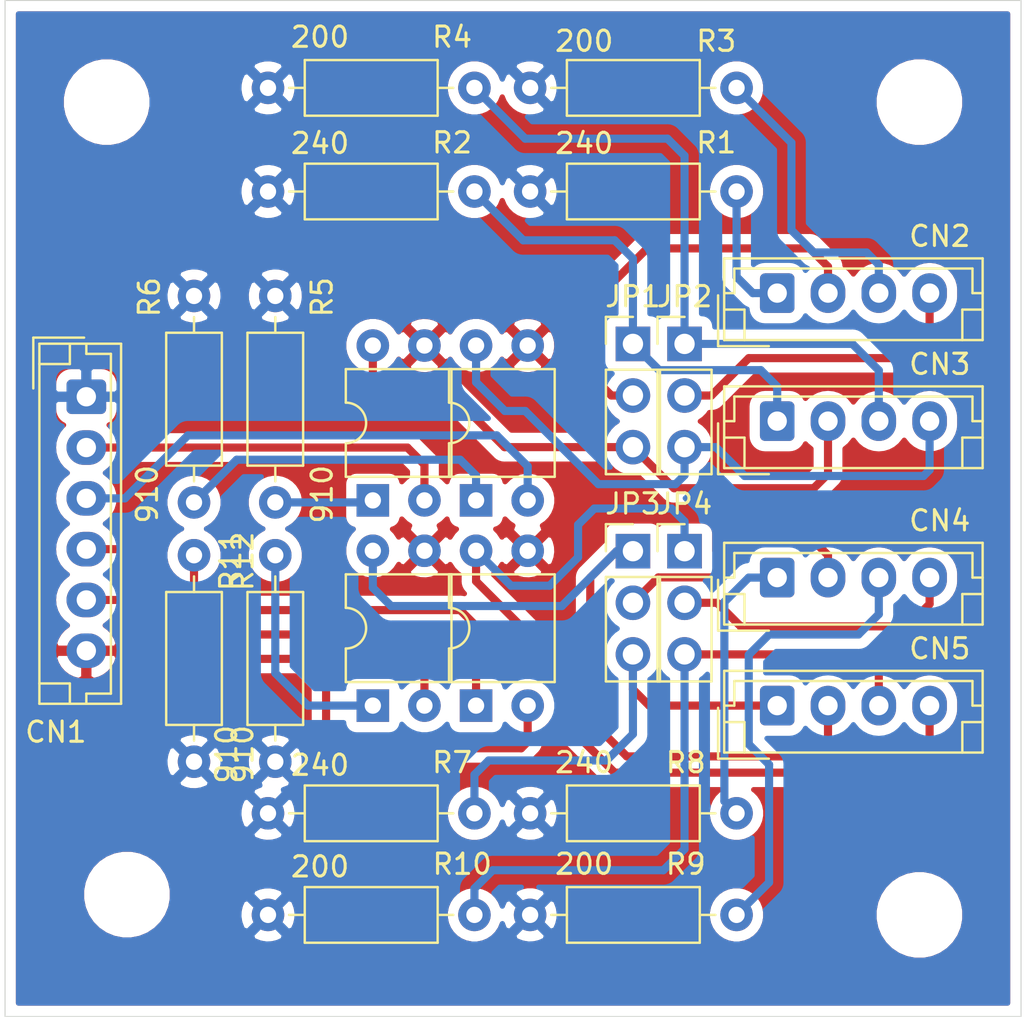
<source format=kicad_pcb>
(kicad_pcb (version 20211014) (generator pcbnew)
  (layers (0 "F.Cu" signal) (31 "B.Cu" signal) (34 "B.Paste" user) (35 "F.Paste" user) (36 "B.SilkS" user "B.Silkscreen") (37 "F.SilkS" user "F.Silkscreen") (38 "B.Mask" user) (39 "F.Mask" user) (44 "Edge.Cuts" user))
  (net 0 "")
  (net 1 "/COM")
  (net 2 "/SW4")
  (net 3 "/SW3")
  (net 4 "/SW2")
  (net 5 "/SW1")
  (net 6 "/V+")
  (net 7 "/R1_N")
  (net 8 "/R1_P")
  (net 9 "/B1_N")
  (net 10 "/B1_P")
  (net 11 "/R2_N")
  (net 12 "/R2_P")
  (net 13 "/B2_N")
  (net 14 "/B2_P")
  (net 15 "/R3_N")
  (net 16 "/R3_P")
  (net 17 "/B3_N")
  (net 18 "/B3_P")
  (net 19 "/R4_N")
  (net 20 "/R4_P")
  (net 21 "/B4_N")
  (net 22 "/B4_P")
  (net 23 "Net-(R5-Pad1)")
  (net 24 "Net-(R6-Pad1)")
  (net 25 "Net-(R11-Pad1)")
  (net 26 "Net-(R12-Pad1)")
  (footprint "Connector_JST:JST_EH_B6B-EH-A_1x06_P2.50mm_Vertical" (layer "F.Cu") (at 4 19.5 -90)
    (fp_text reference "CN1" (at 16.5 1.5) (layer "F.SilkS"))
    (fp_text value "JST EH")
    (fp_line (start -2.11 -1.21) (end 14.61 -1.21) (layer "F.SilkS") (width 0.12))
    (fp_line (start 14.61 -1.21) (end 14.61 0) (layer "F.SilkS") (width 0.12))
    (fp_line (start -1.61 0.81) (end -1.61 2.31) (layer "F.SilkS") (width 0.12))
    (fp_line (start 15.11 -1.71) (end -2.61 -1.71) (layer "F.SilkS") (width 0.12))
    (fp_line (start 14.61 0) (end 15.11 0) (layer "F.SilkS") (width 0.12))
    (fp_line (start 15.11 0.81) (end 14.11 0.81) (layer "F.SilkS") (width 0.12))
    (fp_line (start 15.11 2.31) (end 15.11 -1.71) (layer "F.SilkS") (width 0.12))
    (fp_line (start 14.11 0.81) (end 14.11 2.31) (layer "F.SilkS") (width 0.12))
    (fp_line (start -2.11 0) (end -2.11 -1.21) (layer "F.SilkS") (width 0.12))
    (fp_line (start -2.61 0) (end -2.11 0) (layer "F.SilkS") (width 0.12))
    (fp_line (start -2.61 2.31) (end 15.11 2.31) (layer "F.SilkS") (width 0.12))
    (fp_line (start -2.61 0.81) (end -1.61 0.81) (layer "F.SilkS") (width 0.12))
    (fp_line (start -2.91 0.11) (end -2.91 2.61) (layer "F.SilkS") (width 0.12))
    (fp_line (start -2.61 -1.71) (end -2.61 2.31) (layer "F.SilkS") (width 0.12))
    (fp_line (start -2.91 2.61) (end -0.41 2.61) (layer "F.SilkS") (width 0.12))
    (pad "1" thru_hole roundrect locked (at 0 0 270) (size 1.7 1.95) (drill 0.95) (layers *.Cu *.Mask) (roundrect_rratio 0.147059) (net 6 "/V+"))
    (pad "2" thru_hole oval locked (at 2.5 0 270) (size 1.7 1.95) (drill 0.95) (layers *.Cu *.Mask) (net 5 "/SW1"))
    (pad "3" thru_hole oval locked (at 5 0 270) (size 1.7 1.95) (drill 0.95) (layers *.Cu *.Mask) (net 4 "/SW2"))
    (pad "4" thru_hole oval locked (at 7.5 0 270) (size 1.7 1.95) (drill 0.95) (layers *.Cu *.Mask) (net 3 "/SW3"))
    (pad "5" thru_hole oval locked (at 10 0 270) (size 1.7 1.95) (drill 0.95) (layers *.Cu *.Mask) (net 2 "/SW4"))
    (pad "6" thru_hole oval locked (at 12.5 0 270) (size 1.7 1.95) (drill 0.95) (layers *.Cu *.Mask) (net 1 "/COM"))
  )
  (footprint "Connector_JST:JST_EH_B4B-EH-A_1x04_P2.50mm_Vertical" (layer "F.Cu") (at 38 14.4)
    (fp_text reference "CN2" (at 8 -2.8) (layer "F.SilkS"))
    (fp_text value "JST EH")
    (fp_line (start 9.61 -1.21) (end 9.61 0) (layer "F.SilkS") (width 0.12))
    (fp_line (start -2.91 2.61) (end -0.41 2.61) (layer "F.SilkS") (width 0.12))
    (fp_line (start -2.61 -1.71) (end -2.61 2.31) (layer "F.SilkS") (width 0.12))
    (fp_line (start 10.11 0.81) (end 9.11 0.81) (layer "F.SilkS") (width 0.12))
    (fp_line (start 9.61 0) (end 10.11 0) (layer "F.SilkS") (width 0.12))
    (fp_line (start -2.61 0.81) (end -1.61 0.81) (layer "F.SilkS") (width 0.12))
    (fp_line (start 9.11 0.81) (end 9.11 2.31) (layer "F.SilkS") (width 0.12))
    (fp_line (start -2.61 2.31) (end 10.11 2.31) (layer "F.SilkS") (width 0.12))
    (fp_line (start -2.11 -1.21) (end 9.61 -1.21) (layer "F.SilkS") (width 0.12))
    (fp_line (start -2.11 0) (end -2.11 -1.21) (layer "F.SilkS") (width 0.12))
    (fp_line (start -1.61 0.81) (end -1.61 2.31) (layer "F.SilkS") (width 0.12))
    (fp_line (start 10.11 -1.71) (end -2.61 -1.71) (layer "F.SilkS") (width 0.12))
    (fp_line (start 10.11 2.31) (end 10.11 -1.71) (layer "F.SilkS") (width 0.12))
    (fp_line (start -2.61 0) (end -2.11 0) (layer "F.SilkS") (width 0.12))
    (fp_line (start -2.91 0.11) (end -2.91 2.61) (layer "F.SilkS") (width 0.12))
    (pad "1" thru_hole roundrect locked (at 0 0) (size 1.7 1.95) (drill 0.95) (layers *.Cu *.Mask) (roundrect_rratio 0.147059) (net 10 "/B1_P"))
    (pad "2" thru_hole oval locked (at 2.5 0) (size 1.7 1.95) (drill 0.95) (layers *.Cu *.Mask) (net 9 "/B1_N"))
    (pad "3" thru_hole oval locked (at 5 0) (size 1.7 1.95) (drill 0.95) (layers *.Cu *.Mask) (net 8 "/R1_P"))
    (pad "4" thru_hole oval locked (at 7.5 0) (size 1.7 1.95) (drill 0.95) (layers *.Cu *.Mask) (net 7 "/R1_N"))
  )
  (footprint "Connector_JST:JST_EH_B4B-EH-A_1x04_P2.50mm_Vertical" (layer "F.Cu") (at 38 20.7)
    (fp_text reference "CN3" (at 8 -2.8) (layer "F.SilkS"))
    (fp_text value "JST EH")
    (fp_line (start -2.61 2.31) (end 10.11 2.31) (layer "F.SilkS") (width 0.12))
    (fp_line (start -2.91 2.61) (end -0.41 2.61) (layer "F.SilkS") (width 0.12))
    (fp_line (start 9.11 0.81) (end 9.11 2.31) (layer "F.SilkS") (width 0.12))
    (fp_line (start 10.11 2.31) (end 10.11 -1.71) (layer "F.SilkS") (width 0.12))
    (fp_line (start -2.11 -1.21) (end 9.61 -1.21) (layer "F.SilkS") (width 0.12))
    (fp_line (start -2.61 0) (end -2.11 0) (layer "F.SilkS") (width 0.12))
    (fp_line (start 9.61 -1.21) (end 9.61 0) (layer "F.SilkS") (width 0.12))
    (fp_line (start -2.91 0.11) (end -2.91 2.61) (layer "F.SilkS") (width 0.12))
    (fp_line (start 10.11 0.81) (end 9.11 0.81) (layer "F.SilkS") (width 0.12))
    (fp_line (start -2.61 0.81) (end -1.61 0.81) (layer "F.SilkS") (width 0.12))
    (fp_line (start 10.11 -1.71) (end -2.61 -1.71) (layer "F.SilkS") (width 0.12))
    (fp_line (start -2.11 0) (end -2.11 -1.21) (layer "F.SilkS") (width 0.12))
    (fp_line (start -2.61 -1.71) (end -2.61 2.31) (layer "F.SilkS") (width 0.12))
    (fp_line (start 9.61 0) (end 10.11 0) (layer "F.SilkS") (width 0.12))
    (fp_line (start -1.61 0.81) (end -1.61 2.31) (layer "F.SilkS") (width 0.12))
    (pad "1" thru_hole roundrect locked (at 0 0) (size 1.7 1.95) (drill 0.95) (layers *.Cu *.Mask) (roundrect_rratio 0.147059) (net 14 "/B2_P"))
    (pad "2" thru_hole oval locked (at 2.5 0) (size 1.7 1.95) (drill 0.95) (layers *.Cu *.Mask) (net 13 "/B2_N"))
    (pad "3" thru_hole oval locked (at 5 0) (size 1.7 1.95) (drill 0.95) (layers *.Cu *.Mask) (net 12 "/R2_P"))
    (pad "4" thru_hole oval locked (at 7.5 0) (size 1.7 1.95) (drill 0.95) (layers *.Cu *.Mask) (net 11 "/R2_N"))
  )
  (footprint "Connector_JST:JST_EH_B4B-EH-A_1x04_P2.50mm_Vertical" (layer "F.Cu") (at 38 28.4)
    (fp_text reference "CN4" (at 8 -2.8) (layer "F.SilkS"))
    (fp_text value "JST EH")
    (fp_line (start -2.61 0) (end -2.11 0) (layer "F.SilkS") (width 0.12))
    (fp_line (start 10.11 -1.71) (end -2.61 -1.71) (layer "F.SilkS") (width 0.12))
    (fp_line (start 9.11 0.81) (end 9.11 2.31) (layer "F.SilkS") (width 0.12))
    (fp_line (start 10.11 0.81) (end 9.11 0.81) (layer "F.SilkS") (width 0.12))
    (fp_line (start -2.61 -1.71) (end -2.61 2.31) (layer "F.SilkS") (width 0.12))
    (fp_line (start -2.91 2.61) (end -0.41 2.61) (layer "F.SilkS") (width 0.12))
    (fp_line (start -2.61 2.31) (end 10.11 2.31) (layer "F.SilkS") (width 0.12))
    (fp_line (start 9.61 -1.21) (end 9.61 0) (layer "F.SilkS") (width 0.12))
    (fp_line (start 9.61 0) (end 10.11 0) (layer "F.SilkS") (width 0.12))
    (fp_line (start -2.61 0.81) (end -1.61 0.81) (layer "F.SilkS") (width 0.12))
    (fp_line (start -2.11 0) (end -2.11 -1.21) (layer "F.SilkS") (width 0.12))
    (fp_line (start 10.11 2.31) (end 10.11 -1.71) (layer "F.SilkS") (width 0.12))
    (fp_line (start -1.61 0.81) (end -1.61 2.31) (layer "F.SilkS") (width 0.12))
    (fp_line (start -2.91 0.11) (end -2.91 2.61) (layer "F.SilkS") (width 0.12))
    (fp_line (start -2.11 -1.21) (end 9.61 -1.21) (layer "F.SilkS") (width 0.12))
    (pad "1" thru_hole roundrect locked (at 0 0) (size 1.7 1.95) (drill 0.95) (layers *.Cu *.Mask) (roundrect_rratio 0.147059) (net 18 "/B3_P"))
    (pad "2" thru_hole oval locked (at 2.5 0) (size 1.7 1.95) (drill 0.95) (layers *.Cu *.Mask) (net 17 "/B3_N"))
    (pad "3" thru_hole oval locked (at 5 0) (size 1.7 1.95) (drill 0.95) (layers *.Cu *.Mask) (net 16 "/R3_P"))
    (pad "4" thru_hole oval locked (at 7.5 0) (size 1.7 1.95) (drill 0.95) (layers *.Cu *.Mask) (net 15 "/R3_N"))
  )
  (footprint "Connector_JST:JST_EH_B4B-EH-A_1x04_P2.50mm_Vertical" (layer "F.Cu") (at 38 34.7)
    (fp_text reference "CN5" (at 8 -2.8) (layer "F.SilkS"))
    (fp_text value "JST EH")
    (fp_line (start -2.61 0) (end -2.11 0) (layer "F.SilkS") (width 0.12))
    (fp_line (start 10.11 2.31) (end 10.11 -1.71) (layer "F.SilkS") (width 0.12))
    (fp_line (start -2.91 0.11) (end -2.91 2.61) (layer "F.SilkS") (width 0.12))
    (fp_line (start -2.61 2.31) (end 10.11 2.31) (layer "F.SilkS") (width 0.12))
    (fp_line (start 10.11 -1.71) (end -2.61 -1.71) (layer "F.SilkS") (width 0.12))
    (fp_line (start 9.11 0.81) (end 9.11 2.31) (layer "F.SilkS") (width 0.12))
    (fp_line (start -2.61 0.81) (end -1.61 0.81) (layer "F.SilkS") (width 0.12))
    (fp_line (start -2.11 -1.21) (end 9.61 -1.21) (layer "F.SilkS") (width 0.12))
    (fp_line (start -1.61 0.81) (end -1.61 2.31) (layer "F.SilkS") (width 0.12))
    (fp_line (start -2.91 2.61) (end -0.41 2.61) (layer "F.SilkS") (width 0.12))
    (fp_line (start 10.11 0.81) (end 9.11 0.81) (layer "F.SilkS") (width 0.12))
    (fp_line (start 9.61 0) (end 10.11 0) (layer "F.SilkS") (width 0.12))
    (fp_line (start -2.11 0) (end -2.11 -1.21) (layer "F.SilkS") (width 0.12))
    (fp_line (start -2.61 -1.71) (end -2.61 2.31) (layer "F.SilkS") (width 0.12))
    (fp_line (start 9.61 -1.21) (end 9.61 0) (layer "F.SilkS") (width 0.12))
    (pad "1" thru_hole roundrect locked (at 0 0) (size 1.7 1.95) (drill 0.95) (layers *.Cu *.Mask) (roundrect_rratio 0.147059) (net 22 "/B4_P"))
    (pad "2" thru_hole oval locked (at 2.5 0) (size 1.7 1.95) (drill 0.95) (layers *.Cu *.Mask) (net 21 "/B4_N"))
    (pad "3" thru_hole oval locked (at 5 0) (size 1.7 1.95) (drill 0.95) (layers *.Cu *.Mask) (net 20 "/R4_P"))
    (pad "4" thru_hole oval locked (at 7.5 0) (size 1.7 1.95) (drill 0.95) (layers *.Cu *.Mask) (net 19 "/R4_N"))
  )
  (footprint "MountingHole:MountingHole_3.2mm_M3_DIN965" (layer "F.Cu") (at 5 5)
    (fp_text reference "H1" hide)
    (fp_text value "MountingHole")
    (pad "" np_thru_hole circle locked (at 0 0) (size 3.2 3.2) (drill 3.2) (layers *.Cu *.Mask))
  )
  (footprint "MountingHole:MountingHole_3.2mm_M3_DIN965" (layer "F.Cu") (at 45 5)
    (fp_text reference "H2" hide)
    (fp_text value "MountingHole")
    (pad "" np_thru_hole circle locked (at 0 0) (size 3.2 3.2) (drill 3.2) (layers *.Cu *.Mask))
  )
  (footprint "MountingHole:MountingHole_3.2mm_M3_DIN965" (layer "F.Cu") (at 6 44)
    (fp_text reference "H3" hide)
    (fp_text value "MountingHole")
    (pad "" np_thru_hole circle locked (at 0 0) (size 3.2 3.2) (drill 3.2) (layers *.Cu *.Mask))
  )
  (footprint "MountingHole:MountingHole_3.2mm_M3_DIN965" (layer "F.Cu") (at 45 45)
    (fp_text reference "H4" hide)
    (fp_text value "MountingHole")
    (pad "" np_thru_hole circle locked (at 0 0) (size 3.2 3.2) (drill 3.2) (layers *.Cu *.Mask))
  )
  (footprint "Resistor_THT:R_Axial_DIN0207_L6.3mm_D2.5mm_P10.16mm_Horizontal" (layer "F.Cu") (at 36 9.4 180)
    (fp_text reference "R1" (at 1 2.4) (layer "F.SilkS"))
    (fp_text value "240" (at 7.5 2.37) (layer "F.SilkS"))
    (fp_line (start 1.81 1.37) (end 8.35 1.37) (layer "F.SilkS") (width 0.12))
    (fp_line (start 1.04 0) (end 1.81 0) (layer "F.SilkS") (width 0.12))
    (fp_line (start 8.35 -1.37) (end 1.81 -1.37) (layer "F.SilkS") (width 0.12))
    (fp_line (start 1.81 -1.37) (end 1.81 1.37) (layer "F.SilkS") (width 0.12))
    (fp_line (start 9.12 0) (end 8.35 0) (layer "F.SilkS") (width 0.12))
    (fp_line (start 8.35 1.37) (end 8.35 -1.37) (layer "F.SilkS") (width 0.12))
    (pad "1" thru_hole circle locked (at 0 0 180) (size 1.6 1.6) (drill 0.8) (layers *.Cu *.Mask) (net 10 "/B1_P"))
    (pad "2" thru_hole oval locked (at 10.16 0 225) (size 1.6 1.6) (drill 0.8) (layers *.Cu *.Mask) (net 6 "/V+"))
  )
  (footprint "Resistor_THT:R_Axial_DIN0207_L6.3mm_D2.5mm_P10.16mm_Horizontal" (layer "F.Cu") (at 23.1 9.4 180)
    (fp_text reference "R2" (at 1.1 2.4) (layer "F.SilkS"))
    (fp_text value "240" (at 7.6 2.37) (layer "F.SilkS"))
    (fp_line (start 9.12 0) (end 8.35 0) (layer "F.SilkS") (width 0.12))
    (fp_line (start 8.35 1.37) (end 8.35 -1.37) (layer "F.SilkS") (width 0.12))
    (fp_line (start 1.81 -1.37) (end 1.81 1.37) (layer "F.SilkS") (width 0.12))
    (fp_line (start 1.04 0) (end 1.81 0) (layer "F.SilkS") (width 0.12))
    (fp_line (start 8.35 -1.37) (end 1.81 -1.37) (layer "F.SilkS") (width 0.12))
    (fp_line (start 1.81 1.37) (end 8.35 1.37) (layer "F.SilkS") (width 0.12))
    (pad "1" thru_hole circle locked (at 0 0 180) (size 1.6 1.6) (drill 0.8) (layers *.Cu *.Mask) (net 14 "/B2_P"))
    (pad "2" thru_hole oval locked (at 10.16 0 225) (size 1.6 1.6) (drill 0.8) (layers *.Cu *.Mask) (net 6 "/V+"))
  )
  (footprint "Resistor_THT:R_Axial_DIN0207_L6.3mm_D2.5mm_P10.16mm_Horizontal" (layer "F.Cu") (at 36 4.3 180)
    (fp_text reference "R3" (at 1 2.3) (layer "F.SilkS"))
    (fp_text value "200" (at 7.5 2.3) (layer "F.SilkS"))
    (fp_line (start 1.81 -1.37) (end 1.81 1.37) (layer "F.SilkS") (width 0.12))
    (fp_line (start 9.12 0) (end 8.35 0) (layer "F.SilkS") (width 0.12))
    (fp_line (start 8.35 -1.37) (end 1.81 -1.37) (layer "F.SilkS") (width 0.12))
    (fp_line (start 8.35 1.37) (end 8.35 -1.37) (layer "F.SilkS") (width 0.12))
    (fp_line (start 1.81 1.37) (end 8.35 1.37) (layer "F.SilkS") (width 0.12))
    (fp_line (start 1.04 0) (end 1.81 0) (layer "F.SilkS") (width 0.12))
    (pad "1" thru_hole circle locked (at 0 0 180) (size 1.6 1.6) (drill 0.8) (layers *.Cu *.Mask) (net 8 "/R1_P"))
    (pad "2" thru_hole oval locked (at 10.16 0 225) (size 1.6 1.6) (drill 0.8) (layers *.Cu *.Mask) (net 6 "/V+"))
  )
  (footprint "Resistor_THT:R_Axial_DIN0207_L6.3mm_D2.5mm_P10.16mm_Horizontal" (layer "F.Cu") (at 23.1 4.3 180)
    (fp_text reference "R4" (at 1.1 2.5) (layer "F.SilkS"))
    (fp_text value "200" (at 7.6 2.5) (layer "F.SilkS"))
    (fp_line (start 1.81 1.37) (end 8.35 1.37) (layer "F.SilkS") (width 0.12))
    (fp_line (start 9.12 0) (end 8.35 0) (layer "F.SilkS") (width 0.12))
    (fp_line (start 8.35 1.37) (end 8.35 -1.37) (layer "F.SilkS") (width 0.12))
    (fp_line (start 8.35 -1.37) (end 1.81 -1.37) (layer "F.SilkS") (width 0.12))
    (fp_line (start 1.81 -1.37) (end 1.81 1.37) (layer "F.SilkS") (width 0.12))
    (fp_line (start 1.04 0) (end 1.81 0) (layer "F.SilkS") (width 0.12))
    (pad "1" thru_hole circle locked (at 0 0 180) (size 1.6 1.6) (drill 0.8) (layers *.Cu *.Mask) (net 12 "/R2_P"))
    (pad "2" thru_hole oval locked (at 10.16 0 225) (size 1.6 1.6) (drill 0.8) (layers *.Cu *.Mask) (net 6 "/V+"))
  )
  (footprint "Resistor_THT:R_Axial_DIN0207_L6.3mm_D2.5mm_P10.16mm_Horizontal" (layer "F.Cu") (at 13.3 24.7 90)
    (fp_text reference "R5" (at 10.1 2.3 90) (layer "F.SilkS"))
    (fp_text value "910" (at 0.4 2.3 90) (layer "F.SilkS"))
    (fp_line (start 1.04 0) (end 1.81 0) (layer "F.SilkS") (width 0.12))
    (fp_line (start 1.81 -1.37) (end 1.81 1.37) (layer "F.SilkS") (width 0.12))
    (fp_line (start 8.35 -1.37) (end 1.81 -1.37) (layer "F.SilkS") (width 0.12))
    (fp_line (start 9.12 0) (end 8.35 0) (layer "F.SilkS") (width 0.12))
    (fp_line (start 1.81 1.37) (end 8.35 1.37) (layer "F.SilkS") (width 0.12))
    (fp_line (start 8.35 1.37) (end 8.35 -1.37) (layer "F.SilkS") (width 0.12))
    (pad "1" thru_hole circle locked (at 0 0 90) (size 1.6 1.6) (drill 0.8) (layers *.Cu *.Mask) (net 23 "Net-(R5-Pad1)"))
    (pad "2" thru_hole oval locked (at 10.16 0 135) (size 1.6 1.6) (drill 0.8) (layers *.Cu *.Mask) (net 6 "/V+"))
  )
  (footprint "Resistor_THT:R_Axial_DIN0207_L6.3mm_D2.5mm_P10.16mm_Horizontal" (layer "F.Cu") (at 9.3 24.7 90)
    (fp_text reference "R6" (at 10.1 -2.2 90) (layer "F.SilkS"))
    (fp_text value "910" (at 0.4 -2.3 90) (layer "F.SilkS"))
    (fp_line (start 1.81 1.37) (end 8.35 1.37) (layer "F.SilkS") (width 0.12))
    (fp_line (start 8.35 1.37) (end 8.35 -1.37) (layer "F.SilkS") (width 0.12))
    (fp_line (start 9.12 0) (end 8.35 0) (layer "F.SilkS") (width 0.12))
    (fp_line (start 8.35 -1.37) (end 1.81 -1.37) (layer "F.SilkS") (width 0.12))
    (fp_line (start 1.81 -1.37) (end 1.81 1.37) (layer "F.SilkS") (width 0.12))
    (fp_line (start 1.04 0) (end 1.81 0) (layer "F.SilkS") (width 0.12))
    (pad "1" thru_hole circle locked (at 0 0 90) (size 1.6 1.6) (drill 0.8) (layers *.Cu *.Mask) (net 24 "Net-(R6-Pad1)"))
    (pad "2" thru_hole oval locked (at 10.16 0 135) (size 1.6 1.6) (drill 0.8) (layers *.Cu *.Mask) (net 6 "/V+"))
  )
  (footprint "Resistor_THT:R_Axial_DIN0207_L6.3mm_D2.5mm_P10.16mm_Horizontal" (layer "F.Cu") (at 23.1 40 180)
    (fp_text reference "R7" (at 1.1 2.5) (layer "F.SilkS"))
    (fp_text value "240" (at 7.6 2.37) (layer "F.SilkS"))
    (fp_line (start 1.04 0) (end 1.81 0) (layer "F.SilkS") (width 0.12))
    (fp_line (start 1.81 -1.37) (end 1.81 1.37) (layer "F.SilkS") (width 0.12))
    (fp_line (start 9.12 0) (end 8.35 0) (layer "F.SilkS") (width 0.12))
    (fp_line (start 8.35 -1.37) (end 1.81 -1.37) (layer "F.SilkS") (width 0.12))
    (fp_line (start 8.35 1.37) (end 8.35 -1.37) (layer "F.SilkS") (width 0.12))
    (fp_line (start 1.81 1.37) (end 8.35 1.37) (layer "F.SilkS") (width 0.12))
    (pad "1" thru_hole circle locked (at 0 0 180) (size 1.6 1.6) (drill 0.8) (layers *.Cu *.Mask) (net 22 "/B4_P"))
    (pad "2" thru_hole oval locked (at 10.16 0 225) (size 1.6 1.6) (drill 0.8) (layers *.Cu *.Mask) (net 6 "/V+"))
  )
  (footprint "Resistor_THT:R_Axial_DIN0207_L6.3mm_D2.5mm_P10.16mm_Horizontal" (layer "F.Cu") (at 36 40 180)
    (fp_text reference "R8" (at 2.5 2.5) (layer "F.SilkS"))
    (fp_text value "240" (at 7.5 2.5) (layer "F.SilkS"))
    (fp_line (start 8.35 1.37) (end 8.35 -1.37) (layer "F.SilkS") (width 0.12))
    (fp_line (start 1.81 -1.37) (end 1.81 1.37) (layer "F.SilkS") (width 0.12))
    (fp_line (start 9.12 0) (end 8.35 0) (layer "F.SilkS") (width 0.12))
    (fp_line (start 1.81 1.37) (end 8.35 1.37) (layer "F.SilkS") (width 0.12))
    (fp_line (start 1.04 0) (end 1.81 0) (layer "F.SilkS") (width 0.12))
    (fp_line (start 8.35 -1.37) (end 1.81 -1.37) (layer "F.SilkS") (width 0.12))
    (pad "1" thru_hole circle locked (at 0 0 180) (size 1.6 1.6) (drill 0.8) (layers *.Cu *.Mask) (net 18 "/B3_P"))
    (pad "2" thru_hole oval locked (at 10.16 0 225) (size 1.6 1.6) (drill 0.8) (layers *.Cu *.Mask) (net 6 "/V+"))
  )
  (footprint "Resistor_THT:R_Axial_DIN0207_L6.3mm_D2.5mm_P10.16mm_Horizontal" (layer "F.Cu") (at 36 45 180)
    (fp_text reference "R9" (at 2.5 2.5) (layer "F.SilkS"))
    (fp_text value "200" (at 7.5 2.5) (layer "F.SilkS"))
    (fp_line (start 9.12 0) (end 8.35 0) (layer "F.SilkS") (width 0.12))
    (fp_line (start 1.04 0) (end 1.81 0) (layer "F.SilkS") (width 0.12))
    (fp_line (start 8.35 -1.37) (end 1.81 -1.37) (layer "F.SilkS") (width 0.12))
    (fp_line (start 1.81 -1.37) (end 1.81 1.37) (layer "F.SilkS") (width 0.12))
    (fp_line (start 1.81 1.37) (end 8.35 1.37) (layer "F.SilkS") (width 0.12))
    (fp_line (start 8.35 1.37) (end 8.35 -1.37) (layer "F.SilkS") (width 0.12))
    (pad "1" thru_hole circle locked (at 0 0 180) (size 1.6 1.6) (drill 0.8) (layers *.Cu *.Mask) (net 16 "/R3_P"))
    (pad "2" thru_hole oval locked (at 10.16 0 225) (size 1.6 1.6) (drill 0.8) (layers *.Cu *.Mask) (net 6 "/V+"))
  )
  (footprint "Resistor_THT:R_Axial_DIN0207_L6.3mm_D2.5mm_P10.16mm_Horizontal" (layer "F.Cu") (at 9.3 27.3 -90)
    (fp_text reference "R12" (at 0.3 -2.4 90) (layer "F.SilkS"))
    (fp_text value "910" (at 9.8 -2.4 90) (layer "F.SilkS"))
    (fp_line (start 8.35 -1.37) (end 1.81 -1.37) (layer "F.SilkS") (width 0.12))
    (fp_line (start 1.04 0) (end 1.81 0) (layer "F.SilkS") (width 0.12))
    (fp_line (start 8.35 1.37) (end 8.35 -1.37) (layer "F.SilkS") (width 0.12))
    (fp_line (start 9.12 0) (end 8.35 0) (layer "F.SilkS") (width 0.12))
    (fp_line (start 1.81 1.37) (end 8.35 1.37) (layer "F.SilkS") (width 0.12))
    (fp_line (start 1.81 -1.37) (end 1.81 1.37) (layer "F.SilkS") (width 0.12))
    (pad "1" thru_hole circle locked (at 0 0 270) (size 1.6 1.6) (drill 0.8) (layers *.Cu *.Mask) (net 26 "Net-(R12-Pad1)"))
    (pad "2" thru_hole oval locked (at 10.16 0 315) (size 1.6 1.6) (drill 0.8) (layers *.Cu *.Mask) (net 6 "/V+"))
  )
  (footprint "Package_DIP:DIP-4_W7.62mm" (layer "F.Cu") (at 18.1 24.6 90)
    (fp_text reference "U1" hide)
    (fp_text value "TLP225A")
    (fp_line (start 6.46 3.87) (end 6.46 -1.33) (layer "F.SilkS") (width 0.12))
    (fp_line (start 6.46 -1.33) (end 4.81 -1.33) (layer "F.SilkS") (width 0.12))
    (fp_line (start 1.16 3.87) (end 6.46 3.87) (layer "F.SilkS") (width 0.12))
    (fp_line (start 1.16 -1.33) (end 1.16 3.87) (layer "F.SilkS") (width 0.12))
    (fp_line (start 2.81 -1.33) (end 1.16 -1.33) (layer "F.SilkS") (width 0.12))
    (fp_arc (start 4.81 -1.33) (mid 3.81 -0.33) (end 2.81 -1.33) (layer "F.SilkS") (width 0.12))
    (pad "1" thru_hole rect locked (at 0 0 90) (size 1.6 1.6) (drill 0.8) (layers *.Cu *.Mask) (net 23 "Net-(R5-Pad1)"))
    (pad "2" thru_hole oval locked (at 0 2.54 90) (size 1.6 1.6) (drill 0.8) (layers *.Cu *.Mask) (net 5 "/SW1"))
    (pad "3" thru_hole oval locked (at 7.62 2.54 135) (size 1.6 1.6) (drill 0.8) (layers *.Cu *.Mask) (net 1 "/COM"))
    (pad "4" thru_hole oval locked (at 7.62 0 90) (size 1.6 1.6) (drill 0.8) (layers *.Cu *.Mask) (net 13 "/B2_N"))
  )
  (footprint "Package_DIP:DIP-4_W7.62mm" (layer "F.Cu") (at 23.18 24.6 90)
    (fp_text reference "U2" hide)
    (fp_text value "TLP225A")
    (fp_line (start 1.16 3.87) (end 6.46 3.87) (layer "F.SilkS") (width 0.12))
    (fp_line (start 1.16 -1.33) (end 1.16 3.87) (layer "F.SilkS") (width 0.12))
    (fp_line (start 2.81 -1.33) (end 1.16 -1.33) (layer "F.SilkS") (width 0.12))
    (fp_line (start 6.46 -1.33) (end 4.81 -1.33) (layer "F.SilkS") (width 0.12))
    (fp_line (start 6.46 3.87) (end 6.46 -1.33) (layer "F.SilkS") (width 0.12))
    (fp_arc (start 4.81 -1.33) (mid 3.81 -0.33) (end 2.81 -1.33) (layer "F.SilkS") (width 0.12))
    (pad "1" thru_hole rect locked (at 0 0 90) (size 1.6 1.6) (drill 0.8) (layers *.Cu *.Mask) (net 24 "Net-(R6-Pad1)"))
    (pad "2" thru_hole oval locked (at 0 2.54 90) (size 1.6 1.6) (drill 0.8) (layers *.Cu *.Mask) (net 4 "/SW2"))
    (pad "3" thru_hole oval locked (at 7.62 2.54 135) (size 1.6 1.6) (drill 0.8) (layers *.Cu *.Mask) (net 1 "/COM"))
    (pad "4" thru_hole oval locked (at 7.62 0 90) (size 1.6 1.6) (drill 0.8) (layers *.Cu *.Mask) (net 11 "/R2_N"))
  )
  (footprint "Package_DIP:DIP-4_W7.62mm" (layer "F.Cu") (at 18.1 34.7 90)
    (fp_text reference "U3" hide)
    (fp_text value "TLP225A")
    (fp_line (start 1.16 3.87) (end 6.46 3.87) (layer "F.SilkS") (width 0.12))
    (fp_line (start 6.46 3.87) (end 6.46 -1.33) (layer "F.SilkS") (width 0.12))
    (fp_line (start 2.81 -1.33) (end 1.16 -1.33) (layer "F.SilkS") (width 0.12))
    (fp_line (start 6.46 -1.33) (end 4.81 -1.33) (layer "F.SilkS") (width 0.12))
    (fp_line (start 1.16 -1.33) (end 1.16 3.87) (layer "F.SilkS") (width 0.12))
    (fp_arc (start 4.81 -1.33) (mid 3.81 -0.33) (end 2.81 -1.33) (layer "F.SilkS") (width 0.12))
    (pad "1" thru_hole rect locked (at 0 0 90) (size 1.6 1.6) (drill 0.8) (layers *.Cu *.Mask) (net 25 "Net-(R11-Pad1)"))
    (pad "2" thru_hole oval locked (at 0 2.54 90) (size 1.6 1.6) (drill 0.8) (layers *.Cu *.Mask) (net 3 "/SW3"))
    (pad "3" thru_hole oval locked (at 7.62 2.54 135) (size 1.6 1.6) (drill 0.8) (layers *.Cu *.Mask) (net 1 "/COM"))
    (pad "4" thru_hole oval locked (at 7.62 0 90) (size 1.6 1.6) (drill 0.8) (layers *.Cu *.Mask) (net 21 "/B4_N"))
  )
  (footprint "Package_DIP:DIP-4_W7.62mm" (layer "F.Cu") (at 23.18 34.7 90)
    (fp_text reference "U4" hide)
    (fp_text value "TLP225A")
    (fp_line (start 6.46 3.87) (end 6.46 -1.33) (layer "F.SilkS") (width 0.12))
    (fp_line (start 1.16 -1.33) (end 1.16 3.87) (layer "F.SilkS") (width 0.12))
    (fp_line (start 2.81 -1.33) (end 1.16 -1.33) (layer "F.SilkS") (width 0.12))
    (fp_line (start 1.16 3.87) (end 6.46 3.87) (layer "F.SilkS") (width 0.12))
    (fp_line (start 6.46 -1.33) (end 4.81 -1.33) (layer "F.SilkS") (width 0.12))
    (fp_arc (start 4.81 -1.33) (mid 3.81 -0.33) (end 2.81 -1.33) (layer "F.SilkS") (width 0.12))
    (pad "1" thru_hole rect locked (at 0 0 90) (size 1.6 1.6) (drill 0.8) (layers *.Cu *.Mask) (net 26 "Net-(R12-Pad1)"))
    (pad "2" thru_hole oval locked (at 0 2.54 90) (size 1.6 1.6) (drill 0.8) (layers *.Cu *.Mask) (net 2 "/SW4"))
    (pad "3" thru_hole oval locked (at 7.62 2.54 135) (size 1.6 1.6) (drill 0.8) (layers *.Cu *.Mask) (net 1 "/COM"))
    (pad "4" thru_hole oval locked (at 7.62 0 90) (size 1.6 1.6) (drill 0.8) (layers *.Cu *.Mask) (net 19 "/R4_N"))
  )
  (footprint "Resistor_THT:R_Axial_DIN0207_L6.3mm_D2.5mm_P10.16mm_Horizontal" (layer "F.Cu") (at 23.1 45 180)
    (fp_text reference "R10" (at 0.6 2.5) (layer "F.SilkS"))
    (fp_text value "200" (at 7.6 2.37) (layer "F.SilkS"))
    (fp_line (start 8.35 1.37) (end 8.35 -1.37) (layer "F.SilkS") (width 0.12))
    (fp_line (start 8.35 -1.37) (end 1.81 -1.37) (layer "F.SilkS") (width 0.12))
    (fp_line (start 9.12 0) (end 8.35 0) (layer "F.SilkS") (width 0.12))
    (fp_line (start 1.81 1.37) (end 8.35 1.37) (layer "F.SilkS") (width 0.12))
    (fp_line (start 1.04 0) (end 1.81 0) (layer "F.SilkS") (width 0.12))
    (fp_line (start 1.81 -1.37) (end 1.81 1.37) (layer "F.SilkS") (width 0.12))
    (pad "1" thru_hole circle locked (at 0 0 180) (size 1.6 1.6) (drill 0.8) (layers *.Cu *.Mask) (net 20 "/R4_P"))
    (pad "2" thru_hole oval locked (at 10.16 0 225) (size 1.6 1.6) (drill 0.8) (layers *.Cu *.Mask) (net 6 "/V+"))
  )
  (footprint "Resistor_THT:R_Axial_DIN0207_L6.3mm_D2.5mm_P10.16mm_Horizontal" (layer "F.Cu") (at 13.3 27.3 -90)
    (fp_text reference "R11" (at 0.3 2.2 90) (layer "F.SilkS"))
    (fp_text value "910" (at 9.8 2.4 90) (layer "F.SilkS"))
    (fp_line (start 1.04 0) (end 1.81 0) (layer "F.SilkS") (width 0.12))
    (fp_line (start 9.12 0) (end 8.35 0) (layer "F.SilkS") (width 0.12))
    (fp_line (start 1.81 1.37) (end 8.35 1.37) (layer "F.SilkS") (width 0.12))
    (fp_line (start 8.35 1.37) (end 8.35 -1.37) (layer "F.SilkS") (width 0.12))
    (fp_line (start 1.81 -1.37) (end 1.81 1.37) (layer "F.SilkS") (width 0.12))
    (fp_line (start 8.35 -1.37) (end 1.81 -1.37) (layer "F.SilkS") (width 0.12))
    (pad "1" thru_hole circle locked (at 0 0 270) (size 1.6 1.6) (drill 0.8) (layers *.Cu *.Mask) (net 25 "Net-(R11-Pad1)"))
    (pad "2" thru_hole oval locked (at 10.16 0 315) (size 1.6 1.6) (drill 0.8) (layers *.Cu *.Mask) (net 6 "/V+"))
  )
  (footprint "Connector_PinHeader_2.54mm:PinHeader_1x03_P2.54mm_Vertical" (layer "F.Cu") (at 33.44 27.1)
    (fp_text reference "JP4" (at 0 -2.33) (layer "F.SilkS"))
    (fp_text value "Jumper_3_Open")
    (fp_line (start -1.33 0) (end -1.33 -1.33) (layer "F.SilkS") (width 0.12))
    (fp_line (start -1.33 1.27) (end -1.33 6.41) (layer "F.SilkS") (width 0.12))
    (fp_line (start -1.33 1.27) (end 1.33 1.27) (layer "F.SilkS") (width 0.12))
    (fp_line (start 1.33 1.27) (end 1.33 6.41) (layer "F.SilkS") (width 0.12))
    (fp_line (start -1.33 -1.33) (end 0 -1.33) (layer "F.SilkS") (width 0.12))
    (fp_line (start -1.33 6.41) (end 1.33 6.41) (layer "F.SilkS") (width 0.12))
    (pad "1" thru_hole rect (at 0 0) (size 1.7 1.7) (drill 1) (layers *.Cu *.Mask) (net 19 "/R4_N"))
    (pad "2" thru_hole oval (at 0 2.54) (size 1.7 1.7) (drill 1) (layers *.Cu *.Mask) (net 15 "/R3_N"))
    (pad "3" thru_hole oval (at 0 5.08) (size 1.7 1.7) (drill 1) (layers *.Cu *.Mask) (net 20 "/R4_P"))
  )
  (footprint "Connector_PinHeader_2.54mm:PinHeader_1x03_P2.54mm_Vertical" (layer "F.Cu") (at 30.9 27.1)
    (fp_text reference "JP3" (at 0 -2.33) (layer "F.SilkS"))
    (fp_text value "Jumper_3_Open")
    (fp_line (start -1.33 -1.33) (end 0 -1.33) (layer "F.SilkS") (width 0.12))
    (fp_line (start 1.33 1.27) (end 1.33 6.41) (layer "F.SilkS") (width 0.12))
    (fp_line (start -1.33 6.41) (end 1.33 6.41) (layer "F.SilkS") (width 0.12))
    (fp_line (start -1.33 1.27) (end 1.33 1.27) (layer "F.SilkS") (width 0.12))
    (fp_line (start -1.33 1.27) (end -1.33 6.41) (layer "F.SilkS") (width 0.12))
    (fp_line (start -1.33 0) (end -1.33 -1.33) (layer "F.SilkS") (width 0.12))
    (pad "1" thru_hole rect (at 0 0) (size 1.7 1.7) (drill 1) (layers *.Cu *.Mask) (net 21 "/B4_N"))
    (pad "2" thru_hole oval (at 0 2.54) (size 1.7 1.7) (drill 1) (layers *.Cu *.Mask) (net 17 "/B3_N"))
    (pad "3" thru_hole oval (at 0 5.08) (size 1.7 1.7) (drill 1) (layers *.Cu *.Mask) (net 22 "/B4_P"))
  )
  (footprint "Connector_PinHeader_2.54mm:PinHeader_1x03_P2.54mm_Vertical" (layer "F.Cu") (at 30.9 16.9)
    (fp_text reference "JP1" (at 0 -2.33) (layer "F.SilkS"))
    (fp_text value "Jumper_3_Open")
    (fp_line (start -1.33 0) (end -1.33 -1.33) (layer "F.SilkS") (width 0.12))
    (fp_line (start -1.33 6.41) (end 1.33 6.41) (layer "F.SilkS") (width 0.12))
    (fp_line (start -1.33 1.27) (end -1.33 6.41) (layer "F.SilkS") (width 0.12))
    (fp_line (start -1.33 -1.33) (end 0 -1.33) (layer "F.SilkS") (width 0.12))
    (fp_line (start -1.33 1.27) (end 1.33 1.27) (layer "F.SilkS") (width 0.12))
    (fp_line (start 1.33 1.27) (end 1.33 6.41) (layer "F.SilkS") (width 0.12))
    (pad "1" thru_hole rect (at 0 0) (size 1.7 1.7) (drill 1) (layers *.Cu *.Mask) (net 14 "/B2_P"))
    (pad "2" thru_hole oval (at 0 2.54) (size 1.7 1.7) (drill 1) (layers *.Cu *.Mask) (net 9 "/B1_N"))
    (pad "3" thru_hole oval (at 0 5.08) (size 1.7 1.7) (drill 1) (layers *.Cu *.Mask) (net 13 "/B2_N"))
  )
  (footprint "Connector_PinHeader_2.54mm:PinHeader_1x03_P2.54mm_Vertical" (layer "F.Cu") (at 33.44 16.9)
    (fp_text reference "JP2" (at 0 -2.33) (layer "F.SilkS"))
    (fp_text value "Jumper_3_Open")
    (fp_line (start -1.33 6.41) (end 1.33 6.41) (layer "F.SilkS") (width 0.12))
    (fp_line (start 1.33 1.27) (end 1.33 6.41) (layer "F.SilkS") (width 0.12))
    (fp_line (start -1.33 0) (end -1.33 -1.33) (layer "F.SilkS") (width 0.12))
    (fp_line (start -1.33 -1.33) (end 0 -1.33) (layer "F.SilkS") (width 0.12))
    (fp_line (start -1.33 1.27) (end -1.33 6.41) (layer "F.SilkS") (width 0.12))
    (fp_line (start -1.33 1.27) (end 1.33 1.27) (layer "F.SilkS") (width 0.12))
    (pad "1" thru_hole rect (at 0 0) (size 1.7 1.7) (drill 1) (layers *.Cu *.Mask) (net 12 "/R2_P"))
    (pad "2" thru_hole oval (at 0 2.54) (size 1.7 1.7) (drill 1) (layers *.Cu *.Mask) (net 7 "/R1_N"))
    (pad "3" thru_hole oval (at 0 5.08) (size 1.7 1.7) (drill 1) (layers *.Cu *.Mask) (net 11 "/R2_N"))
  )
  (gr_line (start 0 50) (end 0 0) (layer "Edge.Cuts") (width 0.05))
  (gr_line (start 50 50) (end 0 50) (layer "Edge.Cuts") (width 0.05))
  (gr_line (start 50 0) (end 50 50) (layer "Edge.Cuts") (width 0.05))
  (gr_line (start 0 0) (end 50 0) (layer "Edge.Cuts") (width 0.05))
  (segment (start 15.8 35.8) (end 16.8 36.8) (width 0.4) (layer "F.Cu") (net 2))
  (segment (start 9.2 32.4) (end 14.6 32.4) (width 0.4) (layer "F.Cu") (net 2))
  (segment (start 14.6 32.4) (end 15.8 33.6) (width 0.4) (layer "F.Cu") (net 2))
  (segment (start 25.4 36.8) (end 25.72 36.48) (width 0.4) (layer "F.Cu") (net 2))
  (segment (start 15.8 33.6) (end 15.8 35.8) (width 0.4) (layer "F.Cu") (net 2))
  (segment (start 6.3 29.5) (end 9.2 32.4) (width 0.4) (layer "F.Cu") (net 2))
  (segment (start 4 29.5) (end 6.3 29.5) (width 0.4) (layer "F.Cu") (net 2))
  (segment (start 25.72 36.48) (end 25.72 34.7) (width 0.4) (layer "F.Cu") (net 2))
  (segment (start 16.8 36.8) (end 25.4 36.8) (width 0.4) (layer "F.Cu") (net 2))
  (segment (start 20 31.2) (end 20.64 31.84) (width 0.4) (layer "F.Cu") (net 3))
  (segment (start 5.6 27) (end 9.8 31.2) (width 0.4) (layer "F.Cu") (net 3))
  (segment (start 9.8 31.2) (end 20 31.2) (width 0.4) (layer "F.Cu") (net 3))
  (segment (start 20.64 31.84) (end 20.64 34.7) (width 0.4) (layer "F.Cu") (net 3))
  (segment (start 4 27) (end 5.6 27) (width 0.4) (layer "F.Cu") (net 3))
  (segment (start 4 24.5) (end 5.9 24.5) (width 0.4) (layer "B.Cu") (net 4))
  (segment (start 9 21.4) (end 24.2 21.4) (width 0.4) (layer "B.Cu") (net 4))
  (segment (start 24.2 21.4) (end 25.72 22.92) (width 0.4) (layer "B.Cu") (net 4))
  (segment (start 5.9 24.5) (end 9 21.4) (width 0.4) (layer "B.Cu") (net 4))
  (segment (start 25.72 22.92) (end 25.72 24.6) (width 0.4) (layer "B.Cu") (net 4))
  (segment (start 4 22) (end 19.8 22) (width 0.4) (layer "F.Cu") (net 5))
  (segment (start 19.8 22) (end 20.64 22.84) (width 0.4) (layer "F.Cu") (net 5))
  (segment (start 20.64 22.84) (end 20.64 24.6) (width 0.4) (layer "F.Cu") (net 5))
  (segment (start 34.76 19.44) (end 36.6 17.6) (width 0.4) (layer "F.Cu") (net 7))
  (segment (start 33.44 19.44) (end 34.76 19.44) (width 0.4) (layer "F.Cu") (net 7))
  (segment (start 45.5 16.7) (end 45.5 14.4) (width 0.4) (layer "F.Cu") (net 7))
  (segment (start 44.6 17.6) (end 45.5 16.7) (width 0.4) (layer "F.Cu") (net 7))
  (segment (start 36.6 17.6) (end 44.6 17.6) (width 0.4) (layer "F.Cu") (net 7))
  (segment (start 38.7 7) (end 38.7 11.3) (width 0.4) (layer "B.Cu") (net 8))
  (segment (start 42.4 12.4) (end 43 13) (width 0.4) (layer "B.Cu") (net 8))
  (segment (start 39.8 12.4) (end 42.4 12.4) (width 0.4) (layer "B.Cu") (net 8))
  (segment (start 43 13) (end 43 14.4) (width 0.4) (layer "B.Cu") (net 8))
  (segment (start 36 4.3) (end 38.7 7) (width 0.4) (layer "B.Cu") (net 8))
  (segment (start 38.7 11.3) (end 39.8 12.4) (width 0.4) (layer "B.Cu") (net 8))
  (segment (start 30.9 19.44) (end 29.84 19.44) (width 0.4) (layer "F.Cu") (net 9))
  (segment (start 39.6 12.2) (end 40.5 13.1) (width 0.4) (layer "F.Cu") (net 9))
  (segment (start 40.5 13.1) (end 40.5 14.4) (width 0.4) (layer "F.Cu") (net 9))
  (segment (start 29 18.6) (end 29 14.8) (width 0.4) (layer "F.Cu") (net 9))
  (segment (start 29.84 19.44) (end 29 18.6) (width 0.4) (layer "F.Cu") (net 9))
  (segment (start 29 14.8) (end 31.6 12.2) (width 0.4) (layer "F.Cu") (net 9))
  (segment (start 31.6 12.2) (end 39.6 12.2) (width 0.4) (layer "F.Cu") (net 9))
  (segment (start 36.8 14.4) (end 38 14.4) (width 0.4) (layer "B.Cu") (net 10))
  (segment (start 36 13.6) (end 36.8 14.4) (width 0.4) (layer "B.Cu") (net 10))
  (segment (start 36 9.4) (end 36 13.6) (width 0.4) (layer "B.Cu") (net 10))
  (segment (start 24.6 20.2) (end 25.6 20.2) (width 0.4) (layer "B.Cu") (net 11))
  (segment (start 36.4 23.4) (end 45.2 23.4) (width 0.4) (layer "B.Cu") (net 11))
  (segment (start 33 23.8) (end 33.44 23.36) (width 0.4) (layer "B.Cu") (net 11))
  (segment (start 45.2 23.4) (end 45.5 23.1) (width 0.4) (layer "B.Cu") (net 11))
  (segment (start 23.18 16.98) (end 23.18 18.78) (width 0.4) (layer "B.Cu") (net 11))
  (segment (start 33.44 21.98) (end 34.98 21.98) (width 0.4) (layer "B.Cu") (net 11))
  (segment (start 23.18 18.78) (end 24.6 20.2) (width 0.4) (layer "B.Cu") (net 11))
  (segment (start 34.98 21.98) (end 36.4 23.4) (width 0.4) (layer "B.Cu") (net 11))
  (segment (start 33.44 23.36) (end 33.44 21.98) (width 0.4) (layer "B.Cu") (net 11))
  (segment (start 45.5 23.1) (end 45.5 20.7) (width 0.4) (layer "B.Cu") (net 11))
  (segment (start 25.6 20.2) (end 29.2 23.8) (width 0.4) (layer "B.Cu") (net 11))
  (segment (start 29.2 23.8) (end 33 23.8) (width 0.4) (layer "B.Cu") (net 11))
  (segment (start 32.6 6.8) (end 33.44 7.64) (width 0.4) (layer "B.Cu") (net 12))
  (segment (start 33.44 7.64) (end 33.44 16.9) (width 0.4) (layer "B.Cu") (net 12))
  (segment (start 25.6 6.8) (end 32.6 6.8) (width 0.4) (layer "B.Cu") (net 12))
  (segment (start 23.1 4.3) (end 25.6 6.8) (width 0.4) (layer "B.Cu") (net 12))
  (segment (start 41.7 16.9) (end 43 18.2) (width 0.4) (layer "B.Cu") (net 12))
  (segment (start 33.44 16.9) (end 41.7 16.9) (width 0.4) (layer "B.Cu") (net 12))
  (segment (start 43 18.2) (end 43 20.7) (width 0.4) (layer "B.Cu") (net 12))
  (segment (start 32.92 24) (end 39.8 24) (width 0.4) (layer "F.Cu") (net 13))
  (segment (start 18.6 19.4) (end 18.1 18.9) (width 0.4) (layer "F.Cu") (net 13))
  (segment (start 24.58 21.98) (end 22 19.4) (width 0.4) (layer "F.Cu") (net 13))
  (segment (start 40.5 23.3) (end 40.5 20.7) (width 0.4) (layer "F.Cu") (net 13))
  (segment (start 39.8 24) (end 40.5 23.3) (width 0.4) (layer "F.Cu") (net 13))
  (segment (start 22 19.4) (end 18.6 19.4) (width 0.4) (layer "F.Cu") (net 13))
  (segment (start 30.9 21.98) (end 24.58 21.98) (width 0.4) (layer "F.Cu") (net 13))
  (segment (start 18.1 18.9) (end 18.1 16.98) (width 0.4) (layer "F.Cu") (net 13))
  (segment (start 30.9 21.98) (end 32.92 24) (width 0.4) (layer "F.Cu") (net 13))
  (segment (start 30 11.8) (end 30.9 12.7) (width 0.4) (layer "B.Cu") (net 14))
  (segment (start 30.9 12.7) (end 30.9 16.9) (width 0.4) (layer "B.Cu") (net 14))
  (segment (start 37.189999 18.189999) (end 38 19) (width 0.4) (layer "B.Cu") (net 14))
  (segment (start 30.9 16.9) (end 32.189999 18.189999) (width 0.4) (layer "B.Cu") (net 14))
  (segment (start 38 19) (end 38 20.7) (width 0.4) (layer "B.Cu") (net 14))
  (segment (start 25.5 11.8) (end 30 11.8) (width 0.4) (layer "B.Cu") (net 14))
  (segment (start 23.1 9.4) (end 25.5 11.8) (width 0.4) (layer "B.Cu") (net 14))
  (segment (start 32.189999 18.189999) (end 37.189999 18.189999) (width 0.4) (layer "B.Cu") (net 14))
  (segment (start 33.44 29.64) (end 35.04 29.64) (width 0.4) (layer "F.Cu") (net 15))
  (segment (start 44.4 30.8) (end 45.5 29.7) (width 0.4) (layer "F.Cu") (net 15))
  (segment (start 36.2 30.8) (end 44.4 30.8) (width 0.4) (layer "F.Cu") (net 15))
  (segment (start 45.5 29.7) (end 45.5 28.4) (width 0.4) (layer "F.Cu") (net 15))
  (segment (start 35.04 29.64) (end 36.2 30.8) (width 0.4) (layer "F.Cu") (net 15))
  (segment (start 43 30.2) (end 42 31.2) (width 0.4) (layer "B.Cu") (net 16))
  (segment (start 36.6 32.2) (end 36.6 36.6) (width 0.4) (layer "B.Cu") (net 16))
  (segment (start 37.6 37.6) (end 37.6 43.4) (width 0.4) (layer "B.Cu") (net 16))
  (segment (start 36.6 36.6) (end 37.6 37.6) (width 0.4) (layer "B.Cu") (net 16))
  (segment (start 43 28.4) (end 43 30.2) (width 0.4) (layer "B.Cu") (net 16))
  (segment (start 42 31.2) (end 37.6 31.2) (width 0.4) (layer "B.Cu") (net 16))
  (segment (start 37.6 43.4) (end 36 45) (width 0.4) (layer "B.Cu") (net 16))
  (segment (start 37.6 31.2) (end 36.6 32.2) (width 0.4) (layer "B.Cu") (net 16))
  (segment (start 36.6 26.6) (end 39.8 26.6) (width 0.4) (layer "F.Cu") (net 17))
  (segment (start 32.150001 28.389999) (end 34.810001 28.389999) (width 0.4) (layer "F.Cu") (net 17))
  (segment (start 30.9 29.64) (end 32.150001 28.389999) (width 0.4) (layer "F.Cu") (net 17))
  (segment (start 40.5 27.3) (end 40.5 28.4) (width 0.4) (layer "F.Cu") (net 17))
  (segment (start 34.810001 28.389999) (end 36.6 26.6) (width 0.4) (layer "F.Cu") (net 17))
  (segment (start 39.8 26.6) (end 40.5 27.3) (width 0.4) (layer "F.Cu") (net 17))
  (segment (start 35.4 29.6) (end 35.4 39.4) (width 0.4) (layer "B.Cu") (net 18))
  (segment (start 38 28.4) (end 36.6 28.4) (width 0.4) (layer "B.Cu") (net 18))
  (segment (start 36.6 28.4) (end 35.4 29.6) (width 0.4) (layer "B.Cu") (net 18))
  (segment (start 35.4 39.4) (end 36 40) (width 0.4) (layer "B.Cu") (net 18))
  (segment (start 45.5 37.1) (end 45.5 34.7) (width 0.4) (layer "F.Cu") (net 19))
  (segment (start 27.8 35.8) (end 30 38) (width 0.4) (layer "F.Cu") (net 19))
  (segment (start 27.8 33.2) (end 27.8 35.8) (width 0.4) (layer "F.Cu") (net 19))
  (segment (start 44.6 38) (end 45.5 37.1) (width 0.4) (layer "F.Cu") (net 19))
  (segment (start 23.18 27.08) (end 23.18 28.58) (width 0.4) (layer "F.Cu") (net 19))
  (segment (start 23.18 28.58) (end 27.8 33.2) (width 0.4) (layer "F.Cu") (net 19))
  (segment (start 30 38) (end 44.6 38) (width 0.4) (layer "F.Cu") (net 19))
  (segment (start 33.44 25.64) (end 33.44 27.1) (width 0.4) (layer "B.Cu") (net 19))
  (segment (start 28.2 25.8) (end 29 25) (width 0.4) (layer "B.Cu") (net 19))
  (segment (start 23.18 27.08) (end 24.9 28.8) (width 0.4) (layer "B.Cu") (net 19))
  (segment (start 28.2 27.4) (end 28.2 25.8) (width 0.4) (layer "B.Cu") (net 19))
  (segment (start 32.8 25) (end 33.44 25.64) (width 0.4) (layer "B.Cu") (net 19))
  (segment (start 26.8 28.8) (end 28.2 27.4) (width 0.4) (layer "B.Cu") (net 19))
  (segment (start 29 25) (end 32.8 25) (width 0.4) (layer "B.Cu") (net 19))
  (segment (start 24.9 28.8) (end 26.8 28.8) (width 0.4) (layer "B.Cu") (net 19))
  (segment (start 42.18 32.18) (end 43 33) (width 0.4) (layer "F.Cu") (net 20))
  (segment (start 43 33) (end 43 34.7) (width 0.4) (layer "F.Cu") (net 20))
  (segment (start 33.44 32.18) (end 42.18 32.18) (width 0.4) (layer "F.Cu") (net 20))
  (segment (start 32.4 42.8) (end 33.44 41.76) (width 0.4) (layer "B.Cu") (net 20))
  (segment (start 23.1 43.7) (end 24 42.8) (width 0.4) (layer "B.Cu") (net 20))
  (segment (start 24 42.8) (end 32.4 42.8) (width 0.4) (layer "B.Cu") (net 20))
  (segment (start 33.44 41.76) (end 33.44 32.18) (width 0.4) (layer "B.Cu") (net 20))
  (segment (start 23.1 45) (end 23.1 43.7) (width 0.4) (layer "B.Cu") (net 20))
  (segment (start 30.6 37.2) (end 39.8 37.2) (width 0.4) (layer "F.Cu") (net 21))
  (segment (start 28.8 28.4) (end 28.8 35.4) (width 0.4) (layer "F.Cu") (net 21))
  (segment (start 39.8 37.2) (end 40.5 36.5) (width 0.4) (layer "F.Cu") (net 21))
  (segment (start 30.9 27.1) (end 30.1 27.1) (width 0.4) (layer "F.Cu") (net 21))
  (segment (start 30.1 27.1) (end 28.8 28.4) (width 0.4) (layer "F.Cu") (net 21))
  (segment (start 40.5 36.5) (end 40.5 34.7) (width 0.4) (layer "F.Cu") (net 21))
  (segment (start 28.8 35.4) (end 30.6 37.2) (width 0.4) (layer "F.Cu") (net 21))
  (segment (start 18.1 28.9) (end 18.1 27.08) (width 0.4) (layer "B.Cu") (net 21))
  (segment (start 30.1 27.1) (end 27.4 29.8) (width 0.4) (layer "B.Cu") (net 21))
  (segment (start 30.9 27.1) (end 30.1 27.1) (width 0.4) (layer "B.Cu") (net 21))
  (segment (start 19 29.8) (end 18.1 28.9) (width 0.4) (layer "B.Cu") (net 21))
  (segment (start 27.4 29.8) (end 19 29.8) (width 0.4) (layer "B.Cu") (net 21))
  (segment (start 38 34.7) (end 31.7 34.7) (width 0.4) (layer "F.Cu") (net 22))
  (segment (start 31.7 34.7) (end 30.9 33.9) (width 0.4) (layer "F.Cu") (net 22))
  (segment (start 30.9 33.9) (end 30.9 32.18) (width 0.4) (layer "F.Cu") (net 22))
  (segment (start 23.8 37.4) (end 23.1 38.1) (width 0.4) (layer "B.Cu") (net 22))
  (segment (start 30.9 36.1) (end 29.6 37.4) (width 0.4) (layer "B.Cu") (net 22))
  (segment (start 23.1 38.1) (end 23.1 40) (width 0.4) (layer "B.Cu") (net 22))
  (segment (start 29.6 37.4) (end 23.8 37.4) (width 0.4) (layer "B.Cu") (net 22))
  (segment (start 30.9 32.18) (end 30.9 36.1) (width 0.4) (layer "B.Cu") (net 22))
  (segment (start 13.3 24.7) (end 18 24.7) (width 0.4) (layer "B.Cu") (net 23))
  (segment (start 18 24.7) (end 18.1 24.6) (width 0.4) (layer "B.Cu") (net 23))
  (segment (start 23.18 23.38) (end 23.18 24.6) (width 0.4) (layer "B.Cu") (net 24))
  (segment (start 9.3 24.7) (end 11.4 22.6) (width 0.4) (layer "B.Cu") (net 24))
  (segment (start 11.4 22.6) (end 22.4 22.6) (width 0.4) (layer "B.Cu") (net 24))
  (segment (start 22.4 22.6) (end 23.18 23.38) (width 0.4) (layer "B.Cu") (net 24))
  (segment (start 14.9 34.7) (end 18.1 34.7) (width 0.4) (layer "B.Cu") (net 25))
  (segment (start 13.3 33.1) (end 14.9 34.7) (width 0.4) (layer "B.Cu") (net 25))
  (segment (start 13.3 27.3) (end 13.3 33.1) (width 0.4) (layer "B.Cu") (net 25))
  (segment (start 22.4 30) (end 23.18 30.78) (width 0.4) (layer "F.Cu") (net 26))
  (segment (start 9.3 28.7) (end 10.6 30) (width 0.4) (layer "F.Cu") (net 26))
  (segment (start 10.6 30) (end 22.4 30) (width 0.4) (layer "F.Cu") (net 26))
  (segment (start 23.18 30.78) (end 23.18 34.7) (width 0.4) (layer "F.Cu") (net 26))
  (segment (start 9.3 27.3) (end 9.3 28.7) (width 0.4) (layer "F.Cu") (net 26))
  (zone (net 1) (net_name "/COM") (layer "F.Cu") (connect_pads (clearance 0.508)) (min_thickness 0.254) (fill yes (thermal_gap 0.508) (thermal_bridge_width 0.508))
    (polygon (pts (xy 50 50) (xy 0 50) (xy 0 0) (xy 50 0)))
  )
  (zone (net 6) (net_name "/V+") (layer "B.Cu") (connect_pads (clearance 0.508)) (min_thickness 0.254) (fill yes (thermal_gap 0.508) (thermal_bridge_width 0.508))
    (polygon (pts (xy 50 50) (xy 0 50) (xy 0 0) (xy 50 0)))
  )
)
</source>
